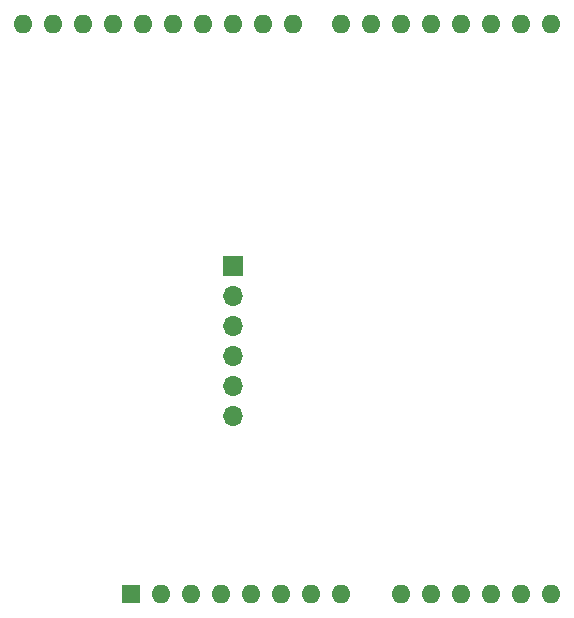
<source format=gbr>
%TF.GenerationSoftware,KiCad,Pcbnew,7.0.2-0*%
%TF.CreationDate,2023-04-20T17:22:29-07:00*%
%TF.ProjectId,RGProgrammer_V1,52475072-6f67-4726-916d-6d65725f5631,rev?*%
%TF.SameCoordinates,Original*%
%TF.FileFunction,Soldermask,Bot*%
%TF.FilePolarity,Negative*%
%FSLAX46Y46*%
G04 Gerber Fmt 4.6, Leading zero omitted, Abs format (unit mm)*
G04 Created by KiCad (PCBNEW 7.0.2-0) date 2023-04-20 17:22:29*
%MOMM*%
%LPD*%
G01*
G04 APERTURE LIST*
%ADD10R,1.700000X1.700000*%
%ADD11O,1.700000X1.700000*%
%ADD12R,1.600000X1.600000*%
%ADD13O,1.600000X1.600000*%
G04 APERTURE END LIST*
D10*
%TO.C,J1*%
X146000000Y-81675000D03*
D11*
X146000000Y-84215000D03*
X146000000Y-86755000D03*
X146000000Y-89295000D03*
X146000000Y-91835000D03*
X146000000Y-94375000D03*
%TD*%
D12*
%TO.C,A1*%
X137340000Y-109415000D03*
D13*
X139880000Y-109415000D03*
X142420000Y-109415000D03*
X144960000Y-109415000D03*
X147500000Y-109415000D03*
X150040000Y-109415000D03*
X152580000Y-109415000D03*
X155120000Y-109415000D03*
X160200000Y-109415000D03*
X162740000Y-109415000D03*
X165280000Y-109415000D03*
X167820000Y-109415000D03*
X170360000Y-109415000D03*
X172900000Y-109415000D03*
X172900000Y-61155000D03*
X170360000Y-61155000D03*
X167820000Y-61155000D03*
X165280000Y-61155000D03*
X162740000Y-61155000D03*
X160200000Y-61155000D03*
X157660000Y-61155000D03*
X155120000Y-61155000D03*
X151060000Y-61155000D03*
X148520000Y-61155000D03*
X145980000Y-61155000D03*
X143440000Y-61155000D03*
X140900000Y-61155000D03*
X138360000Y-61155000D03*
X135820000Y-61155000D03*
X133280000Y-61155000D03*
X130740000Y-61155000D03*
X128200000Y-61155000D03*
%TD*%
M02*

</source>
